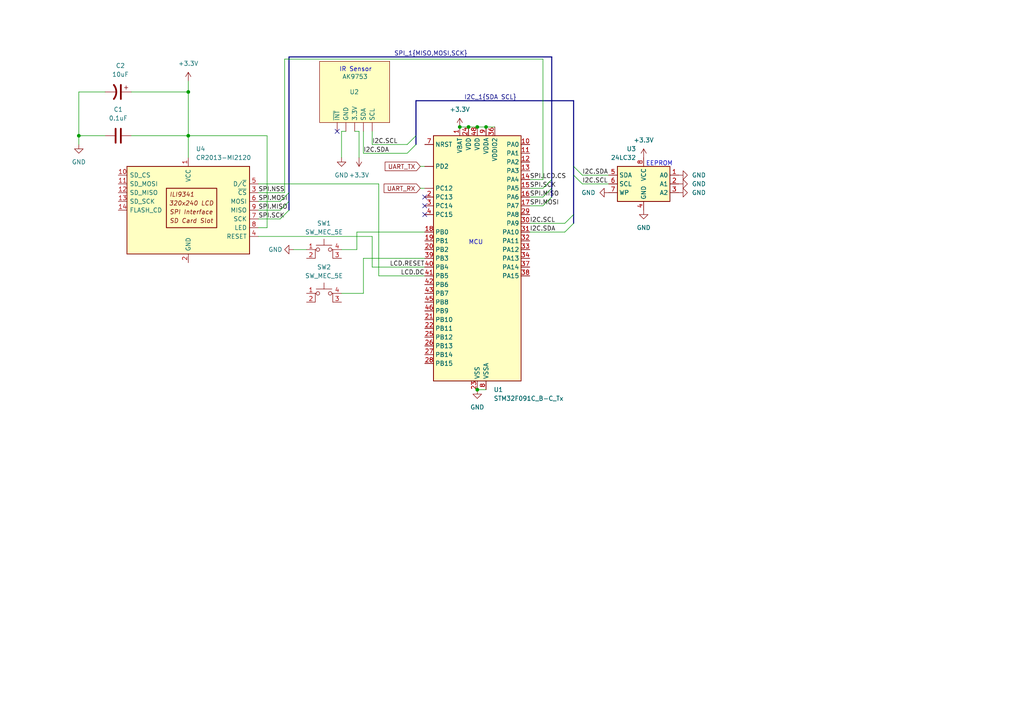
<source format=kicad_sch>
(kicad_sch (version 20230121) (generator eeschema)
  (paper "A4")
  (lib_symbols
    (symbol "Device:C" (pin_numbers hide) (pin_names (offset 0.254))
      (property "Reference" "C" (at 0.635 2.54 0))
      (property "Value" "C" (at 0.635 -2.54 0))
      (symbol "C_0_1"
        (polyline (pts (xy -2.032 -0.762) (xy 2.032 -0.762)) (stroke (width 0.508)))
        (polyline (pts (xy -2.032 0.762) (xy 2.032 0.762)) (stroke (width 0.508)))
      )
      (symbol "C_1_1"
        (pin passive line (at 0 3.81 270) (length 2.794) (name "~") (number "1"))
        (pin passive line (at 0 -3.81 90) (length 2.794) (name "~") (number "2"))
      )
    )
    (symbol "Device:C_Polarized_US" (pin_numbers hide) (pin_names (offset 0.254) hide)
      (property "Reference" "C" (at 0.635 2.54 0))
      (property "Value" "C_Polarized_US" (at 0.635 -2.54 0))
      (symbol "C_Polarized_US_0_1"
        (polyline (pts (xy -2.032 0.762) (xy 2.032 0.762)) (stroke (width 0.508)))
        (polyline (pts (xy -1.778 2.286) (xy -0.762 2.286)))
        (polyline (pts (xy -1.27 1.778) (xy -1.27 2.794)))
        (arc (start 2.032 -1.27) (mid 0 -0.5572) (end -2.032 -1.27) (stroke (width 0.508)))
      )
      (symbol "C_Polarized_US_1_1"
        (pin passive line (at 0 3.81 270) (length 2.794) (name "~") (number "1"))
        (pin passive line (at 0 -3.81 90) (length 3.302) (name "~") (number "2"))
      )
    )
    (symbol "Driver_Display:CR2013-MI2120" (pin_names (offset 0.762))
      (property "Reference" "U" (at -17.526 13.97 0))
      (property "Value" "CR2013-MI2120" (at 1.905 13.97 0))
      (symbol "CR2013-MI2120_0_0"
        (text "320x240 LCD" (at 0.889 2.032 0) (effects (font (size 1.27 1.27) italic)))
        (text "ILI9341" (at -5.461 4.572 0) (effects (font (size 1.27 1.27) italic) (justify left)))
        (text "SD Card Slot" (at -5.461 -3.048 0) (effects (font (size 1.27 1.27) italic) (justify left)))
        (text "SPI Interface" (at -5.461 -0.508 0) (effects (font (size 1.27 1.27) italic) (justify left)))
      )
      (symbol "CR2013-MI2120_0_1"
        (rectangle (start -17.78 12.7) (end 17.78 -12.7) (stroke (width 0.254)) (fill (type background)))
        (rectangle (start -6.35 6.35) (end 8.255 -5.08) (stroke (width 0.254)))
      )
      (symbol "CR2013-MI2120_1_1"
        (pin power_in line (at 0 15.24 270) (length 2.54) (name "VCC") (number "1"))
        (pin input line (at -20.32 10.16 0) (length 2.54) (name "SD_CS") (number "10"))
        (pin input line (at -20.32 7.62 0) (length 2.54) (name "SD_MOSI") (number "11"))
        (pin output line (at -20.32 5.08 0) (length 2.54) (name "SD_MISO") (number "12"))
        (pin input line (at -20.32 2.54 0) (length 2.54) (name "SD_SCK") (number "13"))
        (pin input line (at -20.32 0 0) (length 2.54) (name "FLASH_CD") (number "14"))
        (pin power_in line (at 0 -15.24 90) (length 2.54) (name "GND") (number "2"))
        (pin input line (at 20.32 5.08 180) (length 2.54) (name "~{CS}") (number "3"))
        (pin input line (at 20.32 -7.62 180) (length 2.54) (name "RESET") (number "4"))
        (pin input line (at 20.32 7.62 180) (length 2.54) (name "D/~{C}") (number "5"))
        (pin input line (at 20.32 2.54 180) (length 2.54) (name "MOSI") (number "6"))
        (pin input line (at 20.32 -2.54 180) (length 2.54) (name "SCK") (number "7"))
        (pin input line (at 20.32 -5.08 180) (length 2.54) (name "LED") (number "8"))
        (pin output line (at 20.32 0 180) (length 2.54) (name "MISO") (number "9"))
      )
    )
    (symbol "MCU_ST_STM32F0:STM32F091C_B-C_Tx"
      (property "Reference" "U" (at -12.7 36.83 0))
      (property "Value" "STM32F091C_B-C_Tx" (at 7.62 36.83 0))
      (symbol "STM32F091C_B-C_Tx_0_1"
        (rectangle (start -12.7 35.56) (end 12.7 -35.56) (stroke (width 0.254)) (fill (type background)))
      )
      (symbol "STM32F091C_B-C_Tx_1_1"
        (pin bidirectional line (at -15.24 20.32 0) (length 2.54) (name "PC12") (number ""))
        (pin bidirectional line (at -15.24 26.67 0) (length 2.54) (name "PD2") (number ""))
        (pin power_in line (at -5.08 38.1 270) (length 2.54) (name "VBAT") (number "1"))
        (pin bidirectional line (at 15.24 33.02 180) (length 2.54) (name "PA0") (number "10"))
        (pin bidirectional line (at 15.24 30.48 180) (length 2.54) (name "PA1") (number "11"))
        (pin bidirectional line (at 15.24 27.94 180) (length 2.54) (name "PA2") (number "12"))
        (pin bidirectional line (at 15.24 25.4 180) (length 2.54) (name "PA3") (number "13"))
        (pin bidirectional line (at 15.24 22.86 180) (length 2.54) (name "PA4") (number "14"))
        (pin bidirectional line (at 15.24 20.32 180) (length 2.54) (name "PA5") (number "15"))
        (pin bidirectional line (at 15.24 17.78 180) (length 2.54) (name "PA6") (number "16"))
        (pin bidirectional line (at 15.24 15.24 180) (length 2.54) (name "PA7") (number "17"))
        (pin bidirectional line (at -15.24 7.62 0) (length 2.54) (name "PB0") (number "18"))
        (pin bidirectional line (at -15.24 5.08 0) (length 2.54) (name "PB1") (number "19"))
        (pin bidirectional line (at -15.24 17.78 0) (length 2.54) (name "PC13") (number "2"))
        (pin bidirectional line (at -15.24 2.54 0) (length 2.54) (name "PB2") (number "20"))
        (pin bidirectional line (at -15.24 -17.78 0) (length 2.54) (name "PB10") (number "21"))
        (pin bidirectional line (at -15.24 -20.32 0) (length 2.54) (name "PB11") (number "22"))
        (pin power_in line (at 0 -38.1 90) (length 2.54) (name "VSS") (number "23"))
        (pin power_in line (at -2.54 38.1 270) (length 2.54) (name "VDD") (number "24"))
        (pin bidirectional line (at -15.24 -22.86 0) (length 2.54) (name "PB12") (number "25"))
        (pin bidirectional line (at -15.24 -25.4 0) (length 2.54) (name "PB13") (number "26"))
        (pin bidirectional line (at -15.24 -27.94 0) (length 2.54) (name "PB14") (number "27"))
        (pin bidirectional line (at -15.24 -30.48 0) (length 2.54) (name "PB15") (number "28"))
        (pin bidirectional line (at 15.24 12.7 180) (length 2.54) (name "PA8") (number "29"))
        (pin bidirectional line (at -15.24 15.24 0) (length 2.54) (name "PC14") (number "3"))
        (pin bidirectional line (at 15.24 10.16 180) (length 2.54) (name "PA9") (number "30"))
        (pin bidirectional line (at 15.24 7.62 180) (length 2.54) (name "PA10") (number "31"))
        (pin bidirectional line (at 15.24 5.08 180) (length 2.54) (name "PA11") (number "32"))
        (pin bidirectional line (at 15.24 2.54 180) (length 2.54) (name "PA12") (number "33"))
        (pin bidirectional line (at 15.24 0 180) (length 2.54) (name "PA13") (number "34"))
        (pin passive line (at 0 -38.1 90) (length 2.54) hide (name "VSS") (number "35"))
        (pin power_in line (at 5.08 38.1 270) (length 2.54) (name "VDDIO2") (number "36"))
        (pin bidirectional line (at 15.24 -2.54 180) (length 2.54) (name "PA14") (number "37"))
        (pin bidirectional line (at 15.24 -5.08 180) (length 2.54) (name "PA15") (number "38"))
        (pin bidirectional line (at -15.24 0 0) (length 2.54) (name "PB3") (number "39"))
        (pin bidirectional line (at -15.24 12.7 0) (length 2.54) (name "PC15") (number "4"))
        (pin bidirectional line (at -15.24 -2.54 0) (length 2.54) (name "PB4") (number "40"))
        (pin bidirectional line (at -15.24 -5.08 0) (length 2.54) (name "PB5") (number "41"))
        (pin bidirectional line (at -15.24 -7.62 0) (length 2.54) (name "PB6") (number "42"))
        (pin bidirectional line (at -15.24 -10.16 0) (length 2.54) (name "PB7") (number "43"))
        (pin bidirectional line (at -15.24 -12.7 0) (length 2.54) (name "PB8") (number "45"))
        (pin bidirectional line (at -15.24 -15.24 0) (length 2.54) (name "PB9") (number "46"))
        (pin passive line (at 0 -38.1 90) (length 2.54) hide (name "VSS") (number "47"))
        (pin power_in line (at 0 38.1 270) (length 2.54) (name "VDD") (number "48"))
        (pin input line (at -15.24 33.02 0) (length 2.54) (name "NRST") (number "7"))
        (pin power_in line (at 2.54 -38.1 90) (length 2.54) (name "VSSA") (number "8"))
        (pin power_in line (at 2.54 38.1 270) (length 2.54) (name "VDDA") (number "9"))
      )
    )
    (symbol "Memory_EEPROM:24LC32"
      (property "Reference" "U" (at -6.35 6.35 0))
      (property "Value" "24LC32" (at 1.27 6.35 0))
      (symbol "24LC32_1_1"
        (rectangle (start -7.62 5.08) (end 7.62 -5.08) (stroke (width 0.254)) (fill (type background)))
        (pin input line (at -10.16 2.54 0) (length 2.54) (name "A0") (number "1"))
        (pin input line (at -10.16 0 0) (length 2.54) (name "A1") (number "2"))
        (pin input line (at -10.16 -2.54 0) (length 2.54) (name "A2") (number "3"))
        (pin power_in line (at 0 -7.62 90) (length 2.54) (name "GND") (number "4"))
        (pin bidirectional line (at 10.16 2.54 180) (length 2.54) (name "SDA") (number "5"))
        (pin input line (at 10.16 0 180) (length 2.54) (name "SCL") (number "6"))
        (pin input line (at 10.16 -2.54 180) (length 2.54) (name "WP") (number "7"))
        (pin power_in line (at 0 7.62 270) (length 2.54) (name "VCC") (number "8"))
      )
    )
    (symbol "Sensor:AK9753"
      (property "Reference" "U" (at 0 7.62 0))
      (property "Value" "AK9753" (at 0 5.08 0))
      (symbol "AK9753_1_1"
        (rectangle (start -10.16 8.89) (end 10.16 -8.89) (fill (type background)))
        (pin power_in line (at 0 -11.43 90) (length 2.54) (name "3.3V") (number ""))
        (pin power_in line (at -2.54 -11.43 90) (length 2.54) (name "GND") (number ""))
        (pin bidirectional line (at 5.08 -11.43 90) (length 2.54) (name "SCL") (number ""))
        (pin bidirectional line (at 2.54 -11.43 90) (length 2.54) (name "SDA") (number ""))
        (pin output line (at -5.08 -11.43 90) (length 2.54) (name "~{INT}") (number ""))
      )
    )
    (symbol "Switch:SW_MEC_5E" (pin_names (offset 1.016) hide)
      (property "Reference" "SW" (at 0.635 5.715 0))
      (property "Value" "SW_MEC_5E" (at 0 -3.175 0))
      (symbol "SW_MEC_5E_0_1"
        (circle (center -1.778 2.54) (radius 0.508))
        (polyline (pts (xy -2.286 3.81) (xy 2.286 3.81)))
        (polyline (pts (xy 0 3.81) (xy 0 5.588)))
        (polyline (pts (xy -2.54 0) (xy -2.54 2.54) (xy -2.286 2.54)))
        (polyline (pts (xy 2.54 0) (xy 2.54 2.54) (xy 2.286 2.54)))
        (circle (center 1.778 2.54) (radius 0.508))
        (pin passive line (at -5.08 2.54 0) (length 2.54) (name "1") (number "1"))
        (pin passive line (at -5.08 0 0) (length 2.54) (name "2") (number "2"))
        (pin passive line (at 5.08 0 180) (length 2.54) (name "K") (number "3"))
        (pin passive line (at 5.08 2.54 180) (length 2.54) (name "A") (number "4"))
      )
    )
    (symbol "power:+3.3V" (power) (pin_names (offset 0))
      (property "Value" "+3.3V" (at 0 3.556 0))
      (symbol "+3.3V_0_1"
        (polyline (pts (xy -0.762 1.27) (xy 0 2.54)))
        (polyline (pts (xy 0 0) (xy 0 2.54)))
        (polyline (pts (xy 0 2.54) (xy 0.762 1.27)))
      )
      (symbol "+3.3V_1_1"
        (pin power_in line (at 0 0 90) (length 0) hide (name "+3.3V") (number "1"))
      )
    )
    (symbol "power:GND" (power) (pin_names (offset 0))
      (property "Value" "GND" (at 0 -3.81 0))
      (symbol "GND_0_1"
        (polyline (pts (xy 0 0) (xy 0 -1.27) (xy 1.27 -1.27) (xy 0 -2.54) (xy -1.27 -1.27) (xy 0 -1.27)))
      )
      (symbol "GND_1_1"
        (pin power_in line (at 0 0 270) (length 0) hide (name "GND") (number "1"))
      )
    )
  )
  (junction (at 138.43 113.03))
  (junction (at 138.43 36.83))
  (junction (at 140.97 36.83))
  (junction (at 54.61 26.67))
  (junction (at 133.35 36.83))
  (junction (at 135.89 36.83))
  (junction (at 22.86 39.37))
  (junction (at 54.61 39.37))
  (no_connect (at 123.19 57.15))
  (no_connect (at 97.79 38.1))
  (no_connect (at 123.19 62.23))
  (no_connect (at 123.19 59.69))
  (bus_entry (at 166.37 64.77) (size -2.54 2.54))
  (bus_entry (at 83.82 58.42) (size -2.54 2.54))
  (bus_entry (at 83.82 55.88) (size -2.54 2.54))
  (bus_entry (at 166.37 48.26) (size 2.54 2.54))
  (bus_entry (at 120.65 41.91) (size -2.54 2.54))
  (bus_entry (at 120.65 39.37) (size -2.54 2.54))
  (bus_entry (at 166.37 50.8) (size 2.54 2.54))
  (bus_entry (at 160.02 54.61) (size -2.54 2.54))
  (bus_entry (at 160.02 52.07) (size -2.54 2.54))
  (bus_entry (at 166.37 62.23) (size -2.54 2.54))
  (bus_entry (at 83.82 60.96) (size -2.54 2.54))
  (bus_entry (at 160.02 57.15) (size -2.54 2.54))
  (wire (pts (xy 104.14 38.1) (xy 102.87 38.1)))
  (wire (pts (xy 103.505 67.31) (xy 103.505 72.39)))
  (wire (pts (xy 168.91 50.8) (xy 176.53 50.8)))
  (wire (pts (xy 121.92 48.26) (xy 123.19 48.26)))
  (wire (pts (xy 54.61 45.72) (xy 54.61 39.37)))
  (wire (pts (xy 153.67 59.69) (xy 157.48 59.69)))
  (bus (pts (xy 166.37 62.23) (xy 166.37 64.77)))
  (wire (pts (xy 30.48 26.67) (xy 22.86 26.67)))
  (bus (pts (xy 83.82 16.51) (xy 83.82 55.88)))
  (wire (pts (xy 99.06 72.39) (xy 103.505 72.39)))
  (wire (pts (xy 22.86 39.37) (xy 30.48 39.37)))
  (wire (pts (xy 109.855 53.34) (xy 109.855 80.01)))
  (bus (pts (xy 166.37 29.21) (xy 120.65 29.21)))
  (wire (pts (xy 118.11 41.91) (xy 107.95 41.91)))
  (wire (pts (xy 82.55 55.88) (xy 74.93 55.88)))
  (wire (pts (xy 54.61 39.37) (xy 38.1 39.37)))
  (bus (pts (xy 120.65 39.37) (xy 120.65 41.91)))
  (wire (pts (xy 133.35 36.83) (xy 135.89 36.83)))
  (wire (pts (xy 105.41 85.09) (xy 105.41 74.93)))
  (wire (pts (xy 157.48 17.145) (xy 82.55 17.145)))
  (wire (pts (xy 153.67 54.61) (xy 157.48 54.61)))
  (wire (pts (xy 99.06 45.72) (xy 99.06 38.1)))
  (bus (pts (xy 160.02 52.07) (xy 160.02 54.61)))
  (wire (pts (xy 104.14 45.72) (xy 104.14 38.1)))
  (wire (pts (xy 74.93 53.34) (xy 109.855 53.34)))
  (bus (pts (xy 160.02 16.51) (xy 160.02 52.07)))
  (wire (pts (xy 99.06 38.1) (xy 100.33 38.1)))
  (wire (pts (xy 74.93 66.04) (xy 77.47 66.04)))
  (wire (pts (xy 54.61 23.495) (xy 54.61 26.67)))
  (wire (pts (xy 22.86 39.37) (xy 22.86 41.91)))
  (wire (pts (xy 157.48 52.07) (xy 157.48 17.145)))
  (wire (pts (xy 74.93 68.58) (xy 107.95 68.58)))
  (bus (pts (xy 160.02 54.61) (xy 160.02 57.15)))
  (wire (pts (xy 109.855 80.01) (xy 123.19 80.01)))
  (wire (pts (xy 105.41 38.1) (xy 105.41 44.45)))
  (wire (pts (xy 107.95 77.47) (xy 123.19 77.47)))
  (wire (pts (xy 153.67 64.77) (xy 163.83 64.77)))
  (bus (pts (xy 120.65 29.21) (xy 120.65 39.37)))
  (wire (pts (xy 74.93 58.42) (xy 81.28 58.42)))
  (bus (pts (xy 83.82 58.42) (xy 83.82 60.96)))
  (wire (pts (xy 107.95 68.58) (xy 107.95 77.47)))
  (bus (pts (xy 166.37 50.8) (xy 166.37 62.23)))
  (wire (pts (xy 153.67 52.07) (xy 157.48 52.07)))
  (wire (pts (xy 168.91 53.34) (xy 176.53 53.34)))
  (wire (pts (xy 153.67 67.31) (xy 163.83 67.31)))
  (bus (pts (xy 83.82 16.51) (xy 160.02 16.51)))
  (wire (pts (xy 140.97 36.83) (xy 143.51 36.83)))
  (wire (pts (xy 123.19 67.31) (xy 103.505 67.31)))
  (wire (pts (xy 118.11 44.45) (xy 105.41 44.45)))
  (wire (pts (xy 22.86 26.67) (xy 22.86 39.37)))
  (wire (pts (xy 74.93 60.96) (xy 81.28 60.96)))
  (wire (pts (xy 77.47 66.04) (xy 77.47 39.37)))
  (wire (pts (xy 121.92 54.61) (xy 123.19 54.61)))
  (bus (pts (xy 166.37 48.26) (xy 166.37 50.8)))
  (wire (pts (xy 135.89 36.83) (xy 138.43 36.83)))
  (wire (pts (xy 85.09 72.39) (xy 88.9 72.39)))
  (wire (pts (xy 107.95 38.1) (xy 107.95 41.91)))
  (bus (pts (xy 166.37 29.21) (xy 166.37 48.26)))
  (wire (pts (xy 77.47 39.37) (xy 54.61 39.37)))
  (wire (pts (xy 82.55 17.145) (xy 82.55 55.88)))
  (wire (pts (xy 38.1 26.67) (xy 54.61 26.67)))
  (wire (pts (xy 54.61 26.67) (xy 54.61 39.37)))
  (wire (pts (xy 74.93 63.5) (xy 81.28 63.5)))
  (wire (pts (xy 99.06 85.09) (xy 105.41 85.09)))
  (wire (pts (xy 138.43 36.83) (xy 140.97 36.83)))
  (wire (pts (xy 105.41 74.93) (xy 123.19 74.93)))
  (wire (pts (xy 153.67 57.15) (xy 157.48 57.15)))
  (wire (pts (xy 138.43 113.03) (xy 140.97 113.03)))
  (bus (pts (xy 83.82 55.88) (xy 83.82 58.42)))
  (text "IR Sensor" (at 98.425 20.955 0) (effects (font (size 1.27 1.27)) (justify left bottom)))
  (text "MCU" (at 135.89 71.12 0) (effects (font (size 1.27 1.27)) (justify left bottom)))
  (text "EEPROM" (at 187.325 48.26 0) (effects (font (size 1.27 1.27)) (justify left bottom)))
  (label "I2C.SDA" (at 105.41 44.45 0))
  (label "I2C.SCL" (at 107.95 41.91 0))
  (label "I2C.SCL" (at 153.67 64.77 0))
  (label "SPI.SCK" (at 74.93 63.5 0))
  (label "SPI.MISO" (at 153.67 57.15 0))
  (label "I2C.SDA" (at 168.91 50.8 0))
  (label "SPI_1{MISO,MOSI,SCK}" (at 114.3 16.51 0))
  (label "I2C_1{SDA SCL}" (at 134.62 29.21 0))
  (label "I2C.SDA" (at 153.67 67.31 0))
  (label "SPI.MISO" (at 74.93 60.96 0))
  (label "SPI.LCD.CS" (at 153.67 52.07 0))
  (label "I2C.SCL" (at 168.91 53.34 0))
  (label "SPI.SCK" (at 153.67 54.61 0))
  (label "SPI.MOSI" (at 153.67 59.69 0))
  (label "LCD.RESET" (at 113.03 77.47 0))
  (label "LCD.DC" (at 116.205 80.01 0))
  (label "SPI.NSS" (at 74.93 55.88 0))
  (label "SPI.MOSI" (at 74.93 58.42 0))
  (global_label "UART_RX" (shape input) (at 121.92 54.61 180) (property "Intersheetrefs" "${INTERSHEET_REFS}" (effects hide)))
  (global_label "UART_TX" (shape input) (at 121.92 48.26 180) (property "Intersheetrefs" "${INTERSHEET_REFS}" (effects hide)))
  (symbol (lib_id "Device:C") (at 34.29 39.37 90) (unit 1)
    (property "Reference" "C1" (at 34.29 31.75 90))
    (property "Value" "0.1uF" (at 34.29 34.29 90))
  )
  (symbol (lib_id "power:GND") (at 186.69 60.96 0) (mirror y) (unit 1)
    (property "Reference" "#PWR06" (effects hide))
    (property "Value" "GND" (at 186.69 66.04 0))
  )
  (symbol (lib_id "Sensor:AK9753") (at 102.87 26.67 0) (unit 1)
    (property "Reference" "U2" (at 104.14 26.67 0) (effects (justify right)))
    (property "Value" "AK9753" (at 106.68 22.225 0) (effects (justify right)))
    (property "Datasheet" "https://cdn.sparkfun.com/assets/6/7/9/8/e/AK9753_DS.pdf" (effects hide))
  )
  (symbol (lib_id "Switch:SW_MEC_5E") (at 93.98 87.63 0) (unit 1)
    (property "Reference" "SW2" (at 93.98 77.47 0))
    (property "Value" "SW_MEC_5E" (at 93.98 80.01 0))
    (property "Datasheet" "http://www.apem.com/int/index.php?controller=attachment&id_attachment=1371" (effects hide))
  )
  (symbol (lib_id "power:GND") (at 22.86 41.91 0) (unit 1)
    (property "Reference" "#PWR011" (effects hide))
    (property "Value" "GND" (at 22.86 46.99 0))
  )
  (symbol (lib_id "power:GND") (at 99.06 45.72 0) (unit 1)
    (property "Reference" "#PWR03" (effects hide))
    (property "Value" "GND" (at 99.06 50.8 0))
  )
  (symbol (lib_id "power:GND") (at 85.09 72.39 270) (unit 1)
    (property "Reference" "#PWR013" (effects hide))
    (property "Value" "GND" (at 81.915 72.39 90) (effects (justify right)))
  )
  (symbol (lib_id "power:+3.3V") (at 104.14 45.72 180) (unit 1)
    (property "Reference" "#PWR04" (effects hide))
    (property "Value" "+3.3V" (at 104.14 50.8 0))
  )
  (symbol (lib_id "Driver_Display:CR2013-MI2120") (at 54.61 60.96 0) (unit 1)
    (property "Reference" "U4" (at 56.8041 43.18 0) (effects (justify left)))
    (property "Value" "CR2013-MI2120" (at 56.8041 45.72 0) (effects (justify left)))
    (property "Footprint" "Display:CR2013-MI2120" (effects hide))
    (property "Datasheet" "http://pan.baidu.com/s/11Y990" (effects hide))
  )
  (symbol (lib_id "Memory_EEPROM:24LC32") (at 186.69 53.34 0) (mirror y) (unit 1)
    (property "Reference" "U3" (at 184.4959 43.18 0) (effects (justify left)))
    (property "Value" "24LC32" (at 184.4959 45.72 0) (effects (justify left)))
    (property "Datasheet" "http://ww1.microchip.com/downloads/en/DeviceDoc/21072G.pdf" (effects hide))
  )
  (symbol (lib_id "Device:C_Polarized_US") (at 34.29 26.67 270) (unit 1)
    (property "Reference" "C2" (at 34.925 19.05 90))
    (property "Value" "10uF" (at 34.925 21.59 90))
  )
  (symbol (lib_id "power:+3.3V") (at 133.35 36.83 0) (unit 1)
    (property "Reference" "#PWR02" (effects hide))
    (property "Value" "+3.3V" (at 133.35 31.75 0))
  )
  (symbol (lib_id "power:GND") (at 196.85 55.88 90) (mirror x) (unit 1)
    (property "Reference" "#PWR09" (effects hide))
    (property "Value" "GND" (at 200.66 55.88 90) (effects (justify right)))
  )
  (symbol (lib_id "power:GND") (at 138.43 113.03 0) (unit 1)
    (property "Reference" "#PWR01" (effects hide))
    (property "Value" "GND" (at 138.43 118.11 0))
  )
  (symbol (lib_id "power:GND") (at 196.85 53.34 90) (mirror x) (unit 1)
    (property "Reference" "#PWR08" (effects hide))
    (property "Value" "GND" (at 200.66 53.34 90) (effects (justify right)))
  )
  (symbol (lib_id "power:GND") (at 176.53 55.88 270) (mirror x) (unit 1)
    (property "Reference" "#PWR010" (effects hide))
    (property "Value" "GND" (at 172.72 55.88 90) (effects (justify right)))
  )
  (symbol (lib_id "MCU_ST_STM32F0:STM32F091C_B-C_Tx") (at 138.43 74.93 0) (unit 1)
    (property "Reference" "U1" (at 143.1641 113.03 0) (effects (justify left)))
    (property "Value" "STM32F091C_B-C_Tx" (at 143.1641 115.57 0) (effects (justify left)))
    (property "Footprint" "Package_QFP:LQFP-48_7x7mm_P0.5mm" (effects hide))
    (property "Datasheet" "https://www.st.com/resource/en/datasheet/stm32f091cb.pdf" (effects hide))
  )
  (symbol (lib_id "power:+3.3V") (at 186.69 45.72 0) (mirror y) (unit 1)
    (property "Reference" "#PWR05" (effects hide))
    (property "Value" "+3.3V" (at 186.69 40.64 0))
  )
  (symbol (lib_id "Switch:SW_MEC_5E") (at 93.98 74.93 0) (unit 1)
    (property "Reference" "SW1" (at 93.98 64.77 0))
    (property "Value" "SW_MEC_5E" (at 93.98 67.31 0))
    (property "Datasheet" "http://www.apem.com/int/index.php?controller=attachment&id_attachment=1371" (effects hide))
  )
  (symbol (lib_id "power:GND") (at 196.85 50.8 90) (mirror x) (unit 1)
    (property "Reference" "#PWR07" (effects hide))
    (property "Value" "GND" (at 200.66 50.8 90) (effects (justify right)))
  )
  (symbol (lib_id "power:+3.3V") (at 54.61 23.495 0) (unit 1)
    (property "Reference" "#PWR012" (effects hide))
    (property "Value" "+3.3V" (at 54.61 18.415 0))
  )
)
</source>
